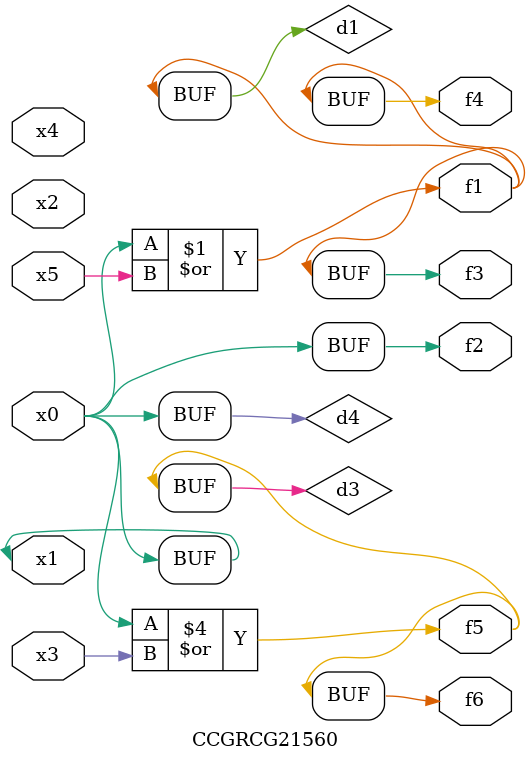
<source format=v>
module CCGRCG21560(
	input x0, x1, x2, x3, x4, x5,
	output f1, f2, f3, f4, f5, f6
);

	wire d1, d2, d3, d4;

	or (d1, x0, x5);
	xnor (d2, x1, x4);
	or (d3, x0, x3);
	buf (d4, x0, x1);
	assign f1 = d1;
	assign f2 = d4;
	assign f3 = d1;
	assign f4 = d1;
	assign f5 = d3;
	assign f6 = d3;
endmodule

</source>
